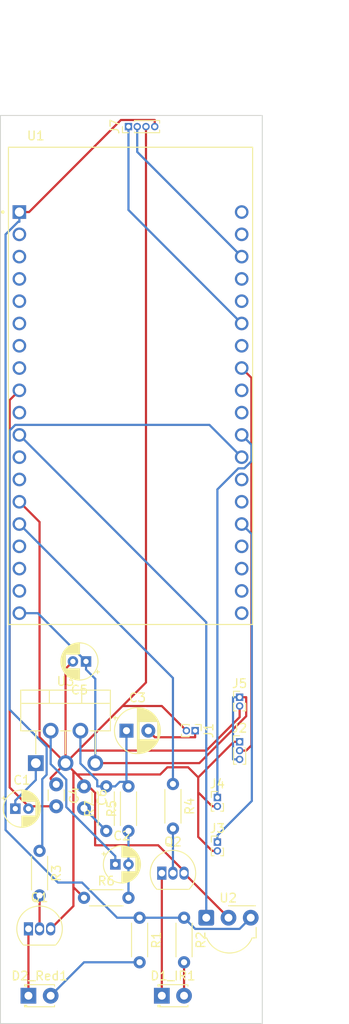
<source format=kicad_pcb>
(kicad_pcb (version 20221018) (generator pcbnew)
  (title_block (comment 4 "AISLER Project ID: GSHBHQVH"))
  (layers (0 "F.Cu" signal) (31 "B.Cu" signal) (34 "B.Paste" user) (35 "F.Paste" user) (36 "B.SilkS" user "B.Silkscreen") (37 "F.SilkS" user "F.Silkscreen") (38 "B.Mask" user) (39 "F.Mask" user) (44 "Edge.Cuts" user))
  (net 0 "")
  (net 1 "+5V")
  (net 2 "GND")
  (net 3 "Net-(U1-IO25)")
  (net 4 "+3.3V")
  (net 13 "Net-(U3-+)")
  (net 16 "Net-(J1-Pin_1)")
  (net 21 "Net-(C3-Pad1)")
  (net 24 "Net-(U3--)")
  (net 27 "Net-(D1_IR1-K)")
  (net 30 "Net-(D1_IR1-A)")
  (net 35 "Net-(D2_Red1-K)")
  (net 36 "Net-(D2_Red1-A)")
  (net 37 "Net-(J2-Pin_2)")
  (net 38 "Net-(J3-Pin_1)")
  (net 39 "Net-(J4-Pin_1)")
  (net 40 "Net-(J7-Pin_1)")
  (net 41 "Net-(J7-Pin_2)")
  (net 42 "Net-(Q1-B)")
  (net 43 "Net-(Q2-B)")
  (net 44 "Net-(U1-IO16)")
  (net 45 "Net-(U1-IO13)")
  (net 46 "Net-(U1-IO27)")
  (net 47 "Net-(C2-Pad2)")
  (net 48 "Net-(C6-Pad2)")
  (footprint "Resistor_THT:R_Axial_DIN0204_L3.6mm_D1.6mm_P5.08mm_Horizontal" (layer "F.Cu") (at 209.55 109.49)
    (fp_text reference "R6" (at 2.54 -1.92) (layer "F.SilkS"))
    (fp_text value "20R")
    (pad "1" thru_hole circle (at 0 0) (size 1.4 1.4) (drill 0.7) (layers "*.Cu" "*.Mask") (net 2 "GND"))
    (pad "2" thru_hole oval (at 5.08 0) (size 1.4 1.4) (drill 0.7) (layers "*.Cu" "*.Mask") (net 47 "Net-(C2-Pad2)"))
  )
  (footprint "Resistor_THT:R_Axial_DIN0204_L3.6mm_D1.6mm_P5.08mm_Horizontal" (layer "F.Cu") (at 212.09 101.87 90)
    (fp_text reference "R7" (at 2.54 -1.92 90) (layer "F.SilkS"))
    (fp_text value "1R")
    (pad "1" thru_hole circle (at 0 0 90) (size 1.4 1.4) (drill 0.7) (layers "*.Cu" "*.Mask") (net 48 "Net-(C6-Pad2)"))
    (pad "2" thru_hole oval (at 5.08 0 90) (size 1.4 1.4) (drill 0.7) (layers "*.Cu" "*.Mask") (net 21 "Net-(C3-Pad1)"))
  )
  (footprint "Connector_PinHeader_1.00mm:PinHeader_1x02_P1.00mm_Vertical" (layer "F.Cu") (at 224.79 98.06)
    (fp_text reference "J4" (at 0 -1.56) (layer "F.SilkS"))
    (fp_text value "Aiming")
    (pad "1" thru_hole rect (at 0 0) (size 0.85 0.85) (drill 0.5) (layers "*.Cu" "*.Mask") (net 39 "Net-(J4-Pin_1)"))
    (pad "2" thru_hole oval (at 0 1) (size 0.85 0.85) (drill 0.5) (layers "*.Cu" "*.Mask") (net 2 "GND"))
  )
  (footprint "LED_THT:LED_D1.8mm_W3.3mm_H2.4mm" (layer "F.Cu") (at 203.2 120.65)
    (fp_text reference "D2_Red1" (at 1.27 -2.26) (layer "F.SilkS"))
    (fp_text value "RED")
    (pad "1" thru_hole rect (at 0 0) (size 1.8 1.8) (drill 0.9) (layers "*.Cu" "*.Mask") (net 35 "Net-(D2_Red1-K)"))
    (pad "2" thru_hole circle (at 2.54 0) (size 1.8 1.8) (drill 0.9) (layers "*.Cu" "*.Mask") (net 36 "Net-(D2_Red1-A)"))
  )
  (footprint "Capacitor_THT:CP_Radial_D4.0mm_P1.50mm" (layer "F.Cu") (at 201.7 99.33)
    (fp_text reference "C1" (at 0.75 -3.25) (layer "F.SilkS"))
    (fp_text value "10uF")
    (pad "1" thru_hole rect (at 0 0) (size 1.2 1.2) (drill 0.6) (layers "*.Cu" "*.Mask") (net 13 "Net-(U3-+)"))
    (pad "2" thru_hole circle (at 1.5 0) (size 1.2 1.2) (drill 0.6) (layers "*.Cu" "*.Mask") (net 3 "Net-(U1-IO25)"))
  )
  (footprint "OptoDevice:Vishay_MOLD-3Pin" (layer "F.Cu") (at 223.52 111.76)
    (fp_text reference "U2" (at 2.5 -2.25) (layer "F.SilkS"))
    (fp_text value "TSOP45xx")
    (pad "1" thru_hole roundrect (at 0 0) (size 1.8 1.8) (drill 0.9) (layers "*.Cu" "*.Mask") (roundrect_rratio 0.138) (net 46 "Net-(U1-IO27)"))
    (pad "2" thru_hole circle (at 2.54 0) (size 1.8 1.8) (drill 0.9) (layers "*.Cu" "*.Mask") (net 2 "GND"))
    (pad "3" thru_hole circle (at 5.08 0) (size 1.8 1.8) (drill 0.9) (layers "*.Cu" "*.Mask") (net 4 "+3.3V"))
  )
  (footprint "Connector_PinHeader_1.00mm:PinHeader_1x03_P1.00mm_Vertical" (layer "F.Cu") (at 227.33 91.71)
    (fp_text reference "J2" (at 0 -1.56) (layer "F.SilkS"))
    (fp_text value "Conn_01x03_Pin")
    (pad "1" thru_hole rect (at 0 0) (size 0.85 0.85) (drill 0.5) (layers "*.Cu" "*.Mask") (net 2 "GND"))
    (pad "2" thru_hole oval (at 0 1) (size 0.85 0.85) (drill 0.5) (layers "*.Cu" "*.Mask") (net 37 "Net-(J2-Pin_2)"))
    (pad "3" thru_hole oval (at 0 2) (size 0.85 0.85) (drill 0.5) (layers "*.Cu" "*.Mask") (net 1 "+5V"))
  )
  (footprint "LED_THT:LED_D1.8mm_W3.3mm_H2.4mm" (layer "F.Cu") (at 218.44 120.65)
    (fp_text reference "D1_IR1" (at 1.27 -2.26) (layer "F.SilkS"))
    (fp_text value "IR")
    (pad "1" thru_hole rect (at 0 0) (size 1.8 1.8) (drill 0.9) (layers "*.Cu" "*.Mask") (net 27 "Net-(D1_IR1-K)"))
    (pad "2" thru_hole circle (at 2.54 0) (size 1.8 1.8) (drill 0.9) (layers "*.Cu" "*.Mask") (net 30 "Net-(D1_IR1-A)"))
  )
  (footprint "Connector_PinHeader_1.00mm:PinHeader_1x02_P1.00mm_Vertical" (layer "F.Cu") (at 222.25 90.44 -90)
    (fp_text reference "J1" (at 0 -1.56 90) (layer "F.SilkS"))
    (fp_text value "Lautsprecher")
    (pad "1" thru_hole rect (at 0 0 270) (size 0.85 0.85) (drill 0.5) (layers "*.Cu" "*.Mask") (net 16 "Net-(J1-Pin_1)"))
    (pad "2" thru_hole oval (at 0 1 270) (size 0.85 0.85) (drill 0.5) (layers "*.Cu" "*.Mask") (net 2 "GND"))
  )
  (footprint "Capacitor_THT:CP_Radial_D5.0mm_P2.50mm" (layer "F.Cu") (at 214.4 90.44)
    (fp_text reference "C3" (at 1.25 -3.75) (layer "F.SilkS"))
    (fp_text value "1000uF")
    (pad "1" thru_hole rect (at 0 0) (size 1.6 1.6) (drill 0.8) (layers "*.Cu" "*.Mask") (net 21 "Net-(C3-Pad1)"))
    (pad "2" thru_hole circle (at 2.5 0) (size 1.6 1.6) (drill 0.8) (layers "*.Cu" "*.Mask") (net 16 "Net-(J1-Pin_1)"))
  )
  (footprint "Capacitor_THT:CP_Radial_D4.0mm_P1.50mm" (layer "F.Cu") (at 213.13 105.68)
    (fp_text reference "C2" (at 0.75 -3.25) (layer "F.SilkS"))
    (fp_text value "470uF")
    (pad "1" thru_hole rect (at 0 0) (size 1.2 1.2) (drill 0.6) (layers "*.Cu" "*.Mask") (net 24 "Net-(U3--)"))
    (pad "2" thru_hole circle (at 1.5 0) (size 1.2 1.2) (drill 0.6) (layers "*.Cu" "*.Mask") (net 47 "Net-(C2-Pad2)"))
  )
  (footprint "Capacitor_THT:CP_Radial_D4.0mm_P1.50mm" (layer "F.Cu") (at 209.78 82.55 180)
    (fp_text reference "C5" (at 0.75 -3.25) (layer "F.SilkS"))
    (fp_text value "47uF")
    (pad "1" thru_hole rect (at 0 0 180) (size 1.2 1.2) (drill 0.6) (layers "*.Cu" "*.Mask") (net 1 "+5V"))
    (pad "2" thru_hole circle (at 1.5 0 180) (size 1.2 1.2) (drill 0.6) (layers "*.Cu" "*.Mask") (net 2 "GND"))
  )
  (footprint "Connector_PinHeader_1.00mm:PinHeader_1x02_P1.00mm_Vertical" (layer "F.Cu") (at 224.79 103.14)
    (fp_text reference "J3" (at 0 -1.56) (layer "F.SilkS"))
    (fp_text value "Shoot")
    (pad "1" thru_hole rect (at 0 0) (size 0.85 0.85) (drill 0.5) (layers "*.Cu" "*.Mask") (net 38 "Net-(J3-Pin_1)"))
    (pad "2" thru_hole oval (at 0 1) (size 0.85 0.85) (drill 0.5) (layers "*.Cu" "*.Mask") (net 2 "GND"))
  )
  (footprint "Resistor_THT:R_Axial_DIN0204_L3.6mm_D1.6mm_P5.08mm_Horizontal" (layer "F.Cu") (at 204.47 104.14 -90)
    (fp_text reference "R3" (at 2.54 -1.92 90) (layer "F.SilkS"))
    (fp_text value "10kR")
    (pad "1" thru_hole circle (at 0 0 270) (size 1.4 1.4) (drill 0.7) (layers "*.Cu" "*.Mask") (net 44 "Net-(U1-IO16)"))
    (pad "2" thru_hole oval (at 5.08 0 270) (size 1.4 1.4) (drill 0.7) (layers "*.Cu" "*.Mask") (net 42 "Net-(Q1-B)"))
  )
  (footprint "Resistor_THT:R_Axial_DIN0204_L3.6mm_D1.6mm_P5.08mm_Horizontal" (layer "F.Cu") (at 214.63 101.87 90)
    (fp_text reference "R5" (at 2.54 -1.92 90) (layer "F.SilkS"))
    (fp_text value "180R")
    (pad "1" thru_hole circle (at 0 0 90) (size 1.4 1.4) (drill 0.7) (layers "*.Cu" "*.Mask") (net 47 "Net-(C2-Pad2)"))
    (pad "2" thru_hole oval (at 5.08 0 90) (size 1.4 1.4) (drill 0.7) (layers "*.Cu" "*.Mask") (net 21 "Net-(C3-Pad1)"))
  )
  (footprint "Package_TO_SOT_THT:TO-92_Inline" (layer "F.Cu") (at 203.2 113.03)
    (fp_text reference "Q1" (at 1.27 -3.56) (layer "F.SilkS"))
    (fp_text value "BC547")
    (pad "1" thru_hole rect (at 0 0) (size 1.05 1.5) (drill 0.75) (layers "*.Cu" "*.Mask") (net 35 "Net-(D2_Red1-K)"))
    (pad "2" thru_hole oval (at 1.27 0) (size 1.05 1.5) (drill 0.75) (layers "*.Cu" "*.Mask") (net 42 "Net-(Q1-B)"))
    (pad "3" thru_hole oval (at 2.54 0) (size 1.05 1.5) (drill 0.75) (layers "*.Cu" "*.Mask") (net 2 "GND"))
  )
  (footprint "Resistor_THT:R_Axial_DIN0204_L3.6mm_D1.6mm_P5.08mm_Horizontal" (layer "F.Cu") (at 215.9 111.76 -90)
    (fp_text reference "R1" (at 2.54 -1.92 -270) (layer "F.SilkS"))
    (fp_text value "55R")
    (pad "1" thru_hole circle (at 0 0 270) (size 1.4 1.4) (drill 0.7) (layers "*.Cu" "*.Mask") (net 4 "+3.3V"))
    (pad "2" thru_hole oval (at 5.08 0 270) (size 1.4 1.4) (drill 0.7) (layers "*.Cu" "*.Mask") (net 36 "Net-(D2_Red1-A)"))
  )
  (footprint "Capacitor_THT:C_Disc_D3.0mm_W1.6mm_P2.50mm" (layer "F.Cu") (at 209.55 96.79 -90)
    (fp_text reference "C6" (at 1.25 -2.05 90) (layer "F.SilkS"))
    (fp_text value "0.1uF")
    (pad "1" thru_hole circle (at 0 0 270) (size 1.6 1.6) (drill 0.8) (layers "*.Cu" "*.Mask") (net 2 "GND"))
    (pad "2" thru_hole circle (at 2.5 0 270) (size 1.6 1.6) (drill 0.8) (layers "*.Cu" "*.Mask") (net 48 "Net-(C6-Pad2)"))
  )
  (footprint "Connector_PinHeader_1.00mm:PinHeader_1x04_P1.00mm_Vertical" (layer "F.Cu") (at 214.63 21.59 90)
    (fp_text reference "J7" (at 0 -1.56 90) (layer "F.SilkS"))
    (fp_text value "Conn_01x04_Socket")
    (pad "1" thru_hole rect (at 0 0 90) (size 0.85 0.85) (drill 0.5) (layers "*.Cu" "*.Mask") (net 40 "Net-(J7-Pin_1)"))
    (pad "2" thru_hole oval (at 0 1 90) (size 0.85 0.85) (drill 0.5) (layers "*.Cu" "*.Mask") (net 41 "Net-(J7-Pin_2)"))
    (pad "3" thru_hole oval (at 0 2 90) (size 0.85 0.85) (drill 0.5) (layers "*.Cu" "*.Mask") (net 2 "GND"))
    (pad "4" thru_hole oval (at 0 3 90) (size 0.85 0.85) (drill 0.5) (layers "*.Cu" "*.Mask") (net 4 "+3.3V"))
  )
  (footprint "Package_TO_SOT_THT:TO-92_Inline" (layer "F.Cu") (at 218.44 106.68)
    (fp_text reference "Q2" (at 1.27 -3.56) (layer "F.SilkS"))
    (fp_text value "BC547")
    (pad "1" thru_hole rect (at 0 0) (size 1.05 1.5) (drill 0.75) (layers "*.Cu" "*.Mask") (net 27 "Net-(D1_IR1-K)"))
    (pad "2" thru_hole oval (at 1.27 0) (size 1.05 1.5) (drill 0.75) (layers "*.Cu" "*.Mask") (net 43 "Net-(Q2-B)"))
    (pad "3" thru_hole oval (at 2.54 0) (size 1.05 1.5) (drill 0.75) (layers "*.Cu" "*.Mask") (net 2 "GND"))
  )
  (footprint "Capacitor_THT:C_Disc_D3.0mm_W1.6mm_P2.50mm" (layer "F.Cu") (at 206.375 96.56 -90)
    (fp_text reference "C4" (at 1.25 -2.05 90) (layer "F.SilkS"))
    (fp_text value "0.2uF")
    (pad "1" thru_hole circle (at 0 0 270) (size 1.6 1.6) (drill 0.8) (layers "*.Cu" "*.Mask") (net 2 "GND"))
    (pad "2" thru_hole circle (at 2.5 0 270) (size 1.6 1.6) (drill 0.8) (layers "*.Cu" "*.Mask") (net 3 "Net-(U1-IO25)"))
  )
  (footprint "Connector_PinHeader_1.00mm:PinHeader_1x02_P1.00mm_Vertical" (layer "F.Cu") (at 227.33 86.63)
    (fp_text reference "J5" (at 0 -1.56) (layer "F.SilkS"))
    (fp_text value "Conn_01x02_Socket")
    (pad "1" thru_hole rect (at 0 0) (size 0.85 0.85) (drill 0.5) (layers "*.Cu" "*.Mask") (net 1 "+5V"))
    (pad "2" thru_hole oval (at 0 1) (size 0.85 0.85) (drill 0.5) (layers "*.Cu" "*.Mask") (net 2 "GND"))
  )
  (footprint "Resistor_THT:R_Axial_DIN0204_L3.6mm_D1.6mm_P5.08mm_Horizontal" (layer "F.Cu") (at 219.71 96.52 -90)
    (fp_text reference "R4" (at 2.54 -1.92 90) (layer "F.SilkS"))
    (fp_text value "10kR")
    (pad "1" thru_hole circle (at 0 0 270) (size 1.4 1.4) (drill 0.7) (layers "*.Cu" "*.Mask") (net 45 "Net-(U1-IO13)"))
    (pad "2" thru_hole oval (at 5.08 0 270) (size 1.4 1.4) (drill 0.7) (layers "*.Cu" "*.Mask") (net 43 "Net-(Q2-B)"))
  )
  (footprint "Resistor_THT:R_Axial_DIN0204_L3.6mm_D1.6mm_P5.08mm_Horizontal" (layer "F.Cu") (at 220.98 111.76 -90)
    (fp_text reference "R2" (at 2.54 -1.92 90) (layer "F.SilkS"))
    (fp_text value "40R")
    (pad "1" thru_hole circle (at 0 0 270) (size 1.4 1.4) (drill 0.7) (layers "*.Cu" "*.Mask") (net 4 "+3.3V"))
    (pad "2" thru_hole oval (at 5.08 0 270) (size 1.4 1.4) (drill 0.7) (layers "*.Cu" "*.Mask") (net 30 "Net-(D1_IR1-A)"))
  )
  (footprint "Package_TO_SOT_THT:TO-220-5_P3.4x3.7mm_StaggerOdd_Lead3.8mm_Vertical" (layer "F.Cu") (at 204.04 94.14)
    (fp_text reference "U3" (at 3.4 -9.32) (layer "F.SilkS"))
    (fp_text value "TDA2002")
    (pad "1" thru_hole rect (at 0 0) (size 1.8 1.8) (drill 1.1) (layers "*.Cu" "*.Mask") (net 13 "Net-(U3-+)"))
    (pad "2" thru_hole oval (at 1.7 -3.7) (size 1.8 1.8) (drill 1.1) (layers "*.Cu" "*.Mask") (net 24 "Net-(U3--)"))
    (pad "3" thru_hole oval (at 3.4 0) (size 1.8 1.8) (drill 1.1) (layers "*.Cu" "*.Mask") (net 2 "GND"))
    (pad "4" thru_hole oval (at 5.1 -3.7) (size 1.8 1.8) (drill 1.1) (layers "*.Cu" "*.Mask") (net 21 "Net-(C3-Pad1)"))
    (pad "5" thru_hole oval (at 6.8 0) (size 1.8 1.8) (drill 1.1) (layers "*.Cu" "*.Mask") (net 1 "+5V"))
  )
  (footprint "kicad_mod:MODULE_ESP32-DEVKITC-32D" (layer "F.Cu") (at 214.865 51.09)
    (fp_text reference "U1" (at -10.829175 -28.446045) (layer "F.SilkS") (effects (font (size 1.000386 1.000386))))
    (fp_text value "ESP32-DEVKITC-32D")
    (pad "J2-1" thru_hole rect (at -12.7 -19.76) (size 1.56 1.56) (drill 1.04) (layers "*.Cu" "*.Mask") (net 4 "+3.3V"))
    (pad "J2-2" thru_hole circle (at -12.7 -17.22) (size 1.56 1.56) (drill 1.04) (layers "*.Cu" "*.Mask"))
    (pad "J2-3" thru_hole circle (at -12.7 -14.68) (size 1.56 1.56) (drill 1.04) (layers "*.Cu" "*.Mask"))
    (pad "J2-4" thru_hole circle (at -12.7 -12.14) (size 1.56 1.56) (drill 1.04) (layers "*.Cu" "*.Mask"))
    (pad "J2-5" thru_hole circle (at -12.7 -9.6) (size 1.56 1.56) (drill 1.04) (layers "*.Cu" "*.Mask"))
    (pad "J2-6" thru_hole circle (at -12.7 -7.06) (size 1.56 1.56) (drill 1.04) (layers "*.Cu" "*.Mask"))
    (pad "J2-7" thru_hole circle (at -12.7 -4.52) (size 1.56 1.56) (drill 1.04) (layers "*.Cu" "*.Mask"))
    (pad "J2-8" thru_hole circle (at -12.7 -1.98) (size 1.56 1.56) (drill 1.04) (layers "*.Cu" "*.Mask"))
    (pad "J2-9" thru_hole circle (at -12.7 0.56) (size 1.56 1.56) (drill 1.04) (layers "*.Cu" "*.Mask") (net 3 "Net-(U1-IO25)"))
    (pad "J2-10" thru_hole circle (at -12.7 3.1) (size 1.56 1.56) (drill 1.04) (layers "*.Cu" "*.Mask"))
    (pad "J2-11" thru_hole circle (at -12.7 5.64) (size 1.56 1.56) (drill 1.04) (layers "*.Cu" "*.Mask") (net 46 "Net-(U1-IO27)"))
    (pad "J2-12" thru_hole circle (at -12.7 8.18) (size 1.56 1.56) (drill 1.04) (layers "*.Cu" "*.Mask"))
    (pad "J2-13" thru_hole circle (at -12.7 10.72) (size 1.56 1.56) (drill 1.04) (layers "*.Cu" "*.Mask"))
    (pad "J2-14" thru_hole circle (at -12.7 13.26) (size 1.56 1.56) (drill 1.04) (layers "*.Cu" "*.Mask") (net 2 "GND"))
    (pad "J2-15" thru_hole circle (at -12.7 15.8) (size 1.56 1.56) (drill 1.04) (layers "*.Cu" "*.Mask") (net 45 "Net-(U1-IO13)"))
    (pad "J2-16" thru_hole circle (at -12.7 18.34) (size 1.56 1.56) (drill 1.04) (layers "*.Cu" "*.Mask"))
    (pad "J2-17" thru_hole circle (at -12.7 20.88) (size 1.56 1.56) (drill 1.04) (layers "*.Cu" "*.Mask"))
    (pad "J2-18" thru_hole circle (at -12.7 23.42) (size 1.56 1.56) (drill 1.04) (layers "*.Cu" "*.Mask"))
    (pad "J2-19" thru_hole circle (at -12.7 25.96) (size 1.56 1.56) (drill 1.04) (layers "*.Cu" "*.Mask") (net 1 "+5V"))
    (pad "J3-1" thru_hole circle (at 12.7 -19.76) (size 1.56 1.56) (drill 1.04) (layers "*.Cu" "*.Mask"))
    (pad "J3-2" thru_hole circle (at 12.7 -17.22) (size 1.56 1.56) (drill 1.04) (layers "*.Cu" "*.Mask"))
    (pad "J3-3" thru_hole circle (at 12.7 -14.68) (size 1.56 1.56) (drill 1.04) (layers "*.Cu" "*.Mask") (net 41 "Net-(J7-Pin_2)"))
    (pad "J3-4" thru_hole circle (at 12.7 -12.14) (size 1.56 1.56) (drill 1.04) (layers "*.Cu" "*.Mask"))
    (pad "J3-5" thru_hole circle (at 12.7 -9.6) (size 1.56 1.56) (drill 1.04) (layers "*.Cu" "*.Mask"))
    (pad "J3-6" thru_hole circle (at 12.7 -7.06) (size 1.56 1.56) (drill 1.04) (layers "*.Cu" "*.Mask") (net 40 "Net-(J7-Pin_1)"))
    (pad "J3-7" thru_hole circle (at 12.7 -4.52) (size 1.56 1.56) (drill 1.04) (layers "*.Cu" "*.Mask"))
    (pad "J3-8" thru_hole circle (at 12.7 -1.98) (size 1.56 1.56) (drill 1.04) (layers "*.Cu" "*.Mask") (net 37 "Net-(J2-Pin_2)"))
    (pad "J3-9" thru_hole circle (at 12.7 0.56) (size 1.56 1.56) (drill 1.04) (layers "*.Cu" "*.Mask"))
    (pad "J3-10" thru_hole circle (at 12.7 3.1) (size 1.56 1.56) (drill 1.04) (layers "*.Cu" "*.Mask"))
    (pad "J3-11" thru_hole circle (at 12.7 5.64) (size 1.56 1.56) (drill 1.04) (layers "*.Cu" "*.Mask") (net 39 "Net-(J4-Pin_1)"))
    (pad "J3-12" thru_hole circle (at 12.7 8.18) (size 1.56 1.56) (drill 1.04) (layers "*.Cu" "*.Mask") (net 44 "Net-(U1-IO16)"))
    (pad "J3-13" thru_hole circle (at 12.7 10.72) (size 1.56 1.56) (drill 1.04) (layers "*.Cu" "*.Mask"))
    (pad "J3-14" thru_hole circle (at 12.7 13.26) (size 1.56 1.56) (drill 1.04) (layers "*.Cu" "*.Mask"))
    (pad "J3-15" thru_hole circle (at 12.7 15.8) (size 1.56 1.56) (drill 1.04) (layers "*.Cu" "*.Mask") (net 38 "Net-(J3-Pin_1)"))
    (pad "J3-16" thru_hole circle (at 12.7 18.34) (size 1.56 1.56) (drill 1.04) (layers "*.Cu" "*.Mask"))
    (pad "J3-17" thru_hole circle (at 12.7 20.88) (size 1.56 1.56) (drill 1.04) (layers "*.Cu" "*.Mask"))
    (pad "J3-18" thru_hole circle (at 12.7 23.42) (size 1.56 1.56) (drill 1.04) (layers "*.Cu" "*.Mask"))
    (pad "J3-19" thru_hole circle (at 12.7 25.96) (size 1.56 1.56) (drill 1.04) (layers "*.Cu" "*.Mask"))
  )
  (gr_rect (start 200 20.32) (end 229.92 123.825) (stroke (width 0.1)) (fill none) (layer "Edge.Cuts"))
  (segment (start 228.0819 86.63) (end 228.0819 88.7882) (width 0.25) (layer "F.Cu") (net 1))
  (segment (start 227.33 86.63) (end 228.0819 86.63) (width 0.25) (layer "F.Cu") (net 1))
  (segment (start 222.7301 94.14) (end 210.84 94.14) (width 0.25) (layer "F.Cu") (net 1))
  (segment (start 228.0819 88.7882) (end 222.7301 94.14) (width 0.25) (layer "F.Cu") (net 1))
  (segment (start 226.5781 93.71) (end 226.5781 86.63) (width 0.25) (layer "B.Cu") (net 1))
  (segment (start 204.28 77.05) (end 209.78 82.55) (width 0.25) (layer "B.Cu") (net 1))
  (segment (start 227.33 93.71) (end 226.5781 93.71) (width 0.25) (layer "B.Cu") (net 1))
  (segment (start 210.84 84.5369) (end 209.78 83.4769) (width 0.25) (layer "B.Cu") (net 1))
  (segment (start 227.33 86.63) (end 226.5781 86.63) (width 0.25) (layer "B.Cu") (net 1))
  (segment (start 202.165 77.05) (end 204.28 77.05) (width 0.25) (layer "B.Cu") (net 1))
  (segment (start 210.84 94.14) (end 210.84 84.5369) (width 0.25) (layer "B.Cu") (net 1))
  (segment (start 209.78 82.55) (end 209.78 83.4769) (width 0.25) (layer "B.Cu") (net 1))
  (segment locked (start 208.34 95.04) (end 208.34 110.43) (width 0.25) (layer "F.Cu") (net 2))
  (segment locked (start 222.6 97.471) (end 222.6 102.551) (width 0.25) (layer "F.Cu") (net 2))
  (segment locked (start 218.2575 95.4325) (end 219.075 94.615) (width 0.25) (layer "F.Cu") (net 2))
  (segment locked (start 224.189 99.06) (end 224.79 99.06) (width 0.25) (layer "F.Cu") (net 2))
  (segment locked (start 208.7325 95.4325) (end 218.2575 95.4325) (width 0.25) (layer "F.Cu") (net 2))
  (segment locked (start 221.45 94.615) (end 222.6 95.765) (width 0.25) (layer "F.Cu") (net 2))
  (segment locked (start 208.34 95.04) (end 208.34 108.28) (width 0.25) (layer "F.Cu") (net 2))
  (segment locked (start 219.075 94.615) (end 221.45 94.615) (width 0.25) (layer "F.Cu") (net 2))
  (segment locked (start 204.47 66.655) (end 202.165 64.35) (width 0.25) (layer "F.Cu") (net 2))
  (segment locked (start 204.47 91.17) (end 204.47 66.655) (width 0.25) (layer "F.Cu") (net 2))
  (segment locked (start 213.95 87.63) (end 216.63 84.95) (width 0.25) (layer "F.Cu") (net 2))
  (segment locked (start 207.44 94.14) (end 204.47 91.17) (width 0.25) (layer "F.Cu") (net 2))
  (segment locked (start 224.189 104.14) (end 224.79 104.14) (width 0.25) (layer "F.Cu") (net 2))
  (segment locked (start 216.63 84.95) (end 216.63 21.59) (width 0.25) (layer "F.Cu") (net 2))
  (segment locked (start 208.34 110.43) (end 205.74 113.03) (width 0.25) (layer "F.Cu") (net 2))
  (segment locked (start 210.82 97.52) (end 210.82 103.505) (width 0.25) (layer "F.Cu") (net 2))
  (segment (start 227.33 87.63) (end 227.33 88.9) (width 0.25) (layer "F.Cu") (net 2))
  (segment locked (start 208.87 92.71) (end 223.52 92.71) (width 0.25) (layer "F.Cu") (net 2))
  (segment (start 205.74 95.925) (end 205.74 95.84) (width 0.25) (layer "F.Cu") (net 2))
  (segment locked (start 207.44 83.39) (end 208.28 82.55) (width 0.25) (layer "F.Cu") (net 2))
  (segment locked (start 220.98 106.68) (end 226.06 111.76) (width 0.25) (layer "F.Cu") (net 2))
  (segment locked (start 222.6 95.765) (end 226.655 91.71) (width 0.25) (layer "F.Cu") (net 2))
  (segment locked (start 218.44 87.63) (end 221.25 90.44) (width 0.25) (layer "F.Cu") (net 2))
  (segment locked (start 208.34 108.28) (end 209.55 109.49) (width 0.25) (layer "F.Cu") (net 2))
  (segment (start 206.375 96.56) (end 205.74 95.925) (width 0.25) (layer "F.Cu") (net 2))
  (segment locked (start 207.44 94.14) (end 210.82 97.52) (width 0.25) (layer "F.Cu") (net 2))
  (segment locked (start 222.6 97.471) (end 224.189 99.06) (width 0.25) (layer "F.Cu") (net 2))
  (segment locked (start 222.6 95.765) (end 222.6 97.471) (width 0.25) (layer "F.Cu") (net 2))
  (segment locked (start 207.44 94.14) (end 207.44 83.39) (width 0.25) (layer "F.Cu") (net 2))
  (segment locked (start 226.655 91.71) (end 227.33 91.71) (width 0.25) (layer "F.Cu") (net 2))
  (segment locked (start 207.44 94.14) (end 205.74 95.84) (width 0.25) (layer "F.Cu") (net 2))
  (segment locked (start 208.87 92.71) (end 213.95 87.63) (width 0.25) (layer "F.Cu") (net 2))
  (segment locked (start 210.82 103.505) (end 218.03 103.505) (width 0.25) (layer "F.Cu") (net 2))
  (segment locked (start 207.44 94.14) (end 208.87 92.71) (width 0.25) (layer "F.Cu") (net 2))
  (segment locked (start 218.03 103.505) (end 220.98 106.455) (width 0.25) (layer "F.Cu") (net 2))
  (segment locked (start 223.52 92.71) (end 227.33 88.9) (width 0.25) (layer "F.Cu") (net 2))
  (segment locked (start 222.6 102.551) (end 224.189 104.14) (width 0.25) (layer "F.Cu") (net 2))
  (segment locked (start 213.95 87.63) (end 218.44 87.63) (width 0.25) (layer "F.Cu") (net 2))
  (segment (start 220.98 106.455) (end 220.98 106.68) (width 0.25) (layer "F.Cu") (net 2))
  (segment (start 201.0566 96.9166) (end 203.2 99.06) (width 0.25) (layer "F.Cu") (net 3))
  (segment (start 203.2 99.06) (end 206.375 99.06) (width 0.25) (layer "F.Cu") (net 3))
  (segment (start 201.0566 52.7584) (end 201.0566 96.9166) (width 0.25) (layer "F.Cu") (net 3))
  (segment (start 202.165 51.65) (end 201.0566 52.7584) (width 0.25) (layer "F.Cu") (net 3))
  (segment (start 203.2 99.06) (end 203.2 99.33) (width 0.25) (layer "F.Cu") (net 3))
  (segment (start 217.63 20.8381) (end 213.7638 20.8381) (width 0.25) (layer "F.Cu") (net 4))
  (segment (start 213.7638 20.8381) (end 203.2719 31.33) (width 0.25) (layer "F.Cu") (net 4))
  (segment (start 202.165 31.33) (end 203.2719 31.33) (width 0.25) (layer "F.Cu") (net 4))
  (segment (start 217.63 21.59) (end 217.63 20.8381) (width 0.25) (layer "F.Cu") (net 4))
  (segment (start 200.5861 33.8774) (end 200.5861 101.7639) (width 0.25) (layer "B.Cu") (net 4))
  (segment (start 213.3347 111.76) (end 215.9 111.76) (width 0.25) (layer "B.Cu") (net 4))
  (segment (start 209.3247 107.75) (end 213.3347 111.76) (width 0.25) (layer "B.Cu") (net 4))
  (segment (start 206.5722 107.75) (end 209.3247 107.75) (width 0.25) (layer "B.Cu") (net 4))
  (segment (start 222.2544 113.0344) (end 227.3256 113.0344) (width 0.25) (layer "B.Cu") (net 4))
  (segment (start 202.165 32.4369) (end 202.0266 32.4369) (width 0.25) (layer "B.Cu") (net 4))
  (segment (start 220.98 111.76) (end 222.2544 113.0344) (width 0.25) (layer "B.Cu") (net 4))
  (segment (start 202.165 31.33) (end 202.165 32.4369) (width 0.25) (layer "B.Cu") (net 4))
  (segment (start 202.0266 32.4369) (end 200.5861 33.8774) (width 0.25) (layer "B.Cu") (net 4))
  (segment (start 227.3256 113.0344) (end 228.6 111.76) (width 0.25) (layer "B.Cu") (net 4))
  (segment (start 220.98 111.76) (end 215.9 111.76) (width 0.25) (layer "B.Cu") (net 4))
  (segment (start 200.5861 101.7639) (end 206.5722 107.75) (width 0.25) (layer "B.Cu") (net 4))
  (segment (start 201.7 99.33) (end 201.7 98.4031) (width 0.25) (layer "B.Cu") (net 13))
  (segment (start 204.04 96.0631) (end 201.7 98.4031) (width 0.25) (layer "B.Cu") (net 13))
  (segment (start 204.04 94.14) (end 204.04 96.0631) (width 0.25) (layer "B.Cu") (net 13))
  (segment (start 216.9 90.44) (end 217.6519 91.1919) (width 0.25) (layer "F.Cu") (net 16))
  (segment (start 217.6519 91.1919) (end 222.25 91.1919) (width 0.25) (layer "F.Cu") (net 16))
  (segment (start 222.25 90.44) (end 222.25 91.1919) (width 0.25) (layer "F.Cu") (net 16))
  (segment (start 212.6035 96.79) (end 213.1169 96.79) (width 0.25) (layer "B.Cu") (net 21))
  (segment (start 211.0631 96.79) (end 211.0631 96.1006) (width 0.25) (layer "B.Cu") (net 21))
  (segment (start 214.4 96.2765) (end 214.4 91.5669) (width 0.25) (layer "B.Cu") (net 21))
  (segment (start 214.4 96.2765) (end 213.6304 96.2765) (width 0.25) (layer "B.Cu") (net 21))
  (segment (start 212.09 96.79) (end 211.0631 96.79) (width 0.25) (layer "B.Cu") (net 21))
  (segment (start 214.63 96.2765) (end 214.4 96.2765) (width 0.25) (layer "B.Cu") (net 21))
  (segment (start 214.63 96.79) (end 214.63 96.2765) (width 0.25) (layer "B.Cu") (net 21))
  (segment (start 212.6035 96.79) (end 212.09 96.79) (width 0.25) (layer "B.Cu") (net 21))
  (segment (start 213.6304 96.2765) (end 213.1169 96.79) (width 0.25) (layer "B.Cu") (net 21))
  (segment (start 209.14 94.1775) (end 209.14 90.44) (width 0.25) (layer "B.Cu") (net 21))
  (segment (start 214.4 90.44) (end 214.4 91.5669) (width 0.25) (layer "B.Cu") (net 21))
  (segment (start 211.0631 96.1006) (end 209.14 94.1775) (width 0.25) (layer "B.Cu") (net 21))
  (segment (start 207.5259 99.149) (end 213.13 104.7531) (width 0.25) (layer "B.Cu") (net 24))
  (segment (start 213.13 105.68) (end 213.13 104.7531) (width 0.25) (layer "B.Cu") (net 24))
  (segment (start 205.74 90.44) (end 205.74 94.2423) (width 0.25) (layer "B.Cu") (net 24))
  (segment (start 207.5259 96.0282) (end 207.5259 99.149) (width 0.25) (layer "B.Cu") (net 24))
  (segment (start 205.74 94.2423) (end 207.5259 96.0282) (width 0.25) (layer "B.Cu") (net 24))
  (segment (start 218.44 106.68) (end 218.44 120.65) (width 0.25) (layer "F.Cu") (net 27))
  (segment (start 220.98 120.65) (end 220.98 116.84) (width 0.25) (layer "F.Cu") (net 30))
  (segment (start 203.2 113.03) (end 203.2 120.65) (width 0.25) (layer "F.Cu") (net 35))
  (segment (start 209.55 116.84) (end 215.9 116.84) (width 0.25) (layer "B.Cu") (net 36))
  (segment (start 205.74 120.65) (end 209.55 116.84) (width 0.25) (layer "B.Cu") (net 36))
  (segment (start 227.33 92.71) (end 228.0819 92.71) (width 0.25) (layer "F.Cu") (net 37))
  (segment (start 228.6755 92.1164) (end 228.0819 92.71) (width 0.25) (layer "F.Cu") (net 37))
  (segment (start 228.6755 50.2205) (end 228.6755 92.1164) (width 0.25) (layer "F.Cu") (net 37))
  (segment (start 227.565 49.11) (end 228.6755 50.2205) (width 0.25) (layer "F.Cu") (net 37))
  (segment (start 227.565 66.89) (end 228.7243 68.0493) (width 0.25) (layer "B.Cu") (net 38))
  (segment (start 228.7243 68.0493) (end 228.7243 98.4538) (width 0.25) (layer "B.Cu") (net 38))
  (segment (start 228.7243 98.4538) (end 224.79 102.3881) (width 0.25) (layer "B.Cu") (net 38))
  (segment (start 224.79 103.14) (end 224.79 102.3881) (width 0.25) (layer "B.Cu") (net 38))
  (segment (start 224.79 98.06) (end 224.79 62.9432) (width 0.25) (layer "B.Cu") (net 39))
  (segment (start 227.1932 60.54) (end 227.8754 60.54) (width 0.25) (layer "B.Cu") (net 39))
  (segment (start 228.6851 59.7303) (end 228.6851 57.8501) (width 0.25) (layer "B.Cu") (net 39))
  (segment (start 224.79 62.9432) (end 227.1932 60.54) (width 0.25) (layer "B.Cu") (net 39))
  (segment (start 227.8754 60.54) (end 228.6851 59.7303) (width 0.25) (layer "B.Cu") (net 39))
  (segment (start 228.6851 57.8501) (end 227.565 56.73) (width 0.25) (layer "B.Cu") (net 39))
  (segment (start 214.63 31.095) (end 214.63 21.59) (width 0.25) (layer "B.Cu") (net 40))
  (segment (start 227.565 44.03) (end 214.63 31.095) (width 0.25) (layer "B.Cu") (net 40))
  (segment (start 215.63 24.475) (end 215.63 21.59) (width 0.25) (layer "B.Cu") (net 41))
  (segment (start 227.565 36.41) (end 215.63 24.475) (width 0.25) (layer "B.Cu") (net 41))
  (segment (start 204.47 113.03) (end 204.47 109.22) (width 0.25) (layer "F.Cu") (net 42))
  (segment (start 219.71 106.68) (end 219.71 101.6) (width 0.25) (layer "B.Cu") (net 43))
  (segment (start 204.7812 103.8288) (end 204.7812 95.9588) (width 0.25) (layer "B.Cu") (net 44))
  (segment (start 204.47 104.14) (end 204.7812 103.8288) (width 0.25) (layer "B.Cu") (net 44))
  (segment (start 201.0486 88.0375) (end 201.0486 56.2292) (width 0.25) (layer "B.Cu") (net 44))
  (segment (start 223.8804 55.5854) (end 227.565 59.27) (width 0.25) (layer "B.Cu") (net 44))
  (segment (start 205.2774 95.4626) (end 205.2774 92.2663) (width 0.25) (layer "B.Cu") (net 44))
  (segment (start 201.6924 55.5854) (end 223.8804 55.5854) (width 0.25) (layer "B.Cu") (net 44))
  (segment (start 205.2774 92.2663) (end 201.0486 88.0375) (width 0.25) (layer "B.Cu") (net 44))
  (segment (start 201.0486 56.2292) (end 201.6924 55.5854) (width 0.25) (layer "B.Cu") (net 44))
  (segment (start 204.7812 95.9588) (end 205.2774 95.4626) (width 0.25) (layer "B.Cu") (net 44))
  (segment (start 202.165 66.89) (end 219.71 84.435) (width 0.25) (layer "B.Cu") (net 45))
  (segment (start 219.71 84.435) (end 219.71 96.52) (width 0.25) (layer "B.Cu") (net 45))
  (segment (start 223.52 78.085) (end 223.52 111.76) (width 0.25) (layer "B.Cu") (net 46))
  (segment (start 202.165 56.73) (end 223.52 78.085) (width 0.25) (layer "B.Cu") (net 46))
  (segment (start 214.63 101.87) (end 214.63 105.68) (width 0.25) (layer "B.Cu") (net 47))
  (segment (start 214.63 109.49) (end 214.63 108.4631) (width 0.25) (layer "B.Cu") (net 47))
  (segment (start 214.63 105.68) (end 214.63 108.4631) (width 0.25) (layer "B.Cu") (net 47))
  (segment (start 212.09 101.83) (end 212.09 101.87) (width 0.25) (layer "B.Cu") (net 48))
  (segment (start 209.55 99.29) (end 212.09 101.83) (width 0.25) (layer "B.Cu") (net 48))
)
</source>
